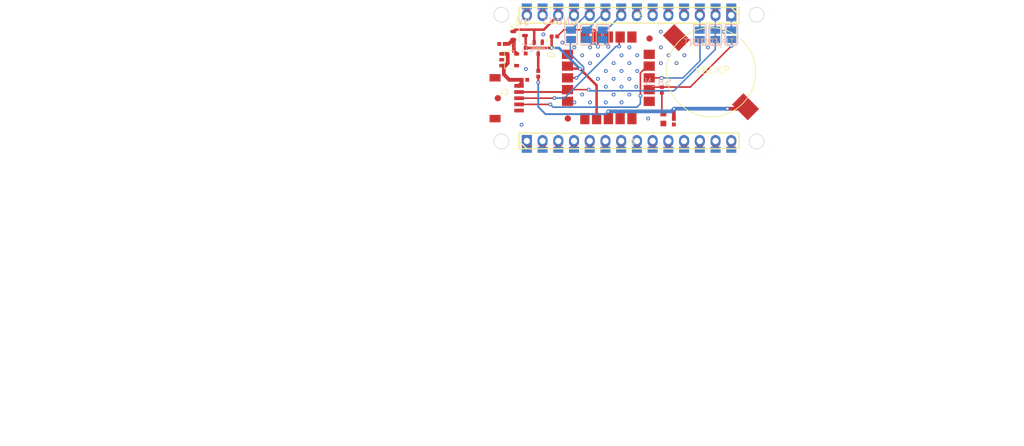
<source format=kicad_pcb>
(kicad_pcb (version 20241229) (generator "pcbnew") (generator_version "9.0")
  (layers (0 "F.Cu" signal) (2 "B.Cu" signal) (13 "F.Paste" user) (15 "B.Paste" user) (5 "F.SilkS" user "F.Silkscreen") (7 "B.SilkS" user "B.Silkscreen") (1 "F.Mask" user) (3 "B.Mask" user) (25 "Edge.Cuts" user))
  (net 0 "")
  (net 1 "GND")
  (net 2 "TXD")
  (net 3 "RESET_N")
  (net 4 "SCL")
  (net 5 "SDA")
  (net 6 "EXTINT")
  (net 7 "+5V")
  (net 8 "VCC")
  (net 9 "N$7")
  (net 10 "RXD")
  (net 11 "TP")
  (net 12 "SAFEBOOT_N")
  (net 13 "N$10")
  (net 14 "+3V3")
  (net 15 "N$1")
  (net 16 "VBCKP")
  (net 17 "N$3")
  (net 18 "N$4")
  (net 19 "N$2")
  (footprint "Library:1X14_SMD_TH" (layer "F.Cu") (at 131.9984 115.1636)
    (property "Reference" "J1")
    (property "Value" "-" (hide yes))
  )
  (footprint "Library:1X14_SMD_TH" (layer "F.Cu") (at 165.0184 94.8436 180)
    (property "Reference" "J2")
    (property "Value" "-" (hide yes))
  )
  (footprint "Library:0402-1005X55N_3633153" (layer "F.Cu") (at 153.8133 106.8983 -90)
    (property "Reference" "R1" (hide yes))
    (property "Value" "DNP" (hide yes))
  )
  (footprint "Library:dummyfp2" (layer "F.Cu") (at 169.1136 94.7536)
    (property "Reference" "UNK_HOLE_2" (hide yes))
    (property "Value" "")
  )
  (footprint "Library:UBLOXLIB_SAM-M8Q" (layer "F.Cu") (at 145.1691 104.9655 90)
    (property "Reference" "IC1" (hide yes))
    (property "Value" "SAM-M8Q" (hide yes))
  )
  (footprint "Library:MH_RND_F_2.2MM_NM" (layer "F.Cu") (at 169.1136 115.2536 90)
    (property "Reference" "U$8" (hide yes))
    (property "Value" "" (hide yes))
    (fp_circle (center 0 0) (end 1.2065 0) (stroke (width 0.1)) (fill no) (layer "Edge.Cuts"))
  )
  (footprint "Library:BATT-HOLDER_12MM" (layer "F.Cu") (at 161.7447 104.0543 -45)
    (property "Reference" "BATT0" (hide yes))
    (property "Value" "BATT-HOLDER_12MM")
  )
  (footprint "Library:0402-1005X55N" (layer "F.Cu") (at 133.8386 104.3036 90)
    (property "Reference" "R2")
    (property "Value" "DNP" (hide yes))
  )
  (footprint "Library:SOT25" (layer "F.Cu") (at 129.1438 102.035 90)
    (property "Reference" "U2")
    (property "Value" "AP2112K-3.3" (hide yes))
  )
  (footprint "Library:FD-1-1.5" (layer "F.Cu") (at 127.3136 108.2536)
    (property "Reference" "FD3" (hide yes))
    (property "Value" "DNP" (hide yes))
  )
  (footprint "Library:dummyfp1" (layer "F.Cu") (at 169.1136 115.2536)
    (property "Reference" "UNK_HOLE_1" (hide yes))
    (property "Value" "")
  )
  (footprint "Library:FD-1-1.5" (layer "F.Cu") (at 151.8136 98.6036 90)
    (property "Reference" "FD2" (hide yes))
    (property "Value" "DNP" (hide yes))
  )
  (footprint "Library:MH_RND_F_2.2MM_NM" (layer "F.Cu") (at 127.8886 115.2536 90)
    (property "Reference" "U$5" (hide yes))
    (property "Value" "" (hide yes))
    (fp_circle (center 0 0) (end 1.2065 0) (stroke (width 0.1)) (fill no) (layer "Edge.Cuts"))
  )
  (footprint "Library:0402-1005X55N" (layer "F.Cu") (at 127.9886 99.4786 180)
    (property "Reference" "C2")
    (property "Value" "1u" (hide yes))
  )
  (footprint "Library:dummyfp0" (layer "F.Cu") (at 127.8886 115.2536)
    (property "Reference" "UNK_HOLE_0" (hide yes))
    (property "Value" "")
  )
  (footprint "Library:0402-1005X55N" (layer "F.Cu") (at 131.8136 100.5786 -90)
    (property "Reference" "C3")
    (property "Value" "100n" (hide yes))
  )
  (footprint "Library:0402-1005X55N" (layer "F.Cu") (at 155.746 112.0499 -90)
    (property "Reference" "C4")
    (property "Value" "100n" (hide yes))
  )
  (footprint "Library:dummyfp3" (layer "F.Cu") (at 127.8886 94.7536)
    (property "Reference" "UNK_HOLE_3" (hide yes))
    (property "Value" "")
  )
  (footprint "Library:0402-1005X55N" (layer "F.Cu") (at 136.459 98.2631 180)
    (property "Reference" "R4")
    (property "Value" "100k" (hide yes))
  )
  (footprint "Library:MH_RND_F_2.2MM_NM" (layer "F.Cu") (at 169.1136 94.7536 90)
    (property "Reference" "U$7" (hide yes))
    (property "Value" "" (hide yes))
    (fp_circle (center 0 0) (end 1.2065 0) (stroke (width 0.1)) (fill no) (layer "Edge.Cuts"))
  )
  (footprint "Library:SM05B-SRSS-TB" (layer "F.Cu") (at 128.3136 108.2536 -90)
    (property "Reference" "J3")
    (property "Value" "-" (hide yes))
  )
  (footprint "Library:MH_RND_F_2.2MM_NM" (layer "F.Cu") (at 127.8886 94.7536 90)
    (property "Reference" "U$6" (hide yes))
    (property "Value" "" (hide yes))
    (fp_circle (center 0 0) (end 1.2065 0) (stroke (width 0.1)) (fill no) (layer "Edge.Cuts"))
  )
  (footprint "Library:FRAME" (layer "F.Cu") (at 125.6386 117.5036)
    (property "Reference" "FRAME1" (hide yes))
    (property "Value" "DNP" (hide yes))
  )
  (footprint "Library:SOT65P210X110-3N" (layer "F.Cu") (at 130.7496 98.1234)
    (property "Reference" "D1")
    (property "Value" "SDM40E20LC-7")
  )
  (footprint "Library:0402-1005X55N" (layer "F.Cu") (at 131.6136 105.2786)
    (property "Reference" "C1")
    (property "Value" "1u" (hide yes))
  )
  (footprint "Library:FD-1-1.5" (layer "F.Cu") (at 138.6215 111.5417 90)
    (property "Reference" "FD1" (hide yes))
    (property "Value" "DNP" (hide yes))
  )
  (footprint "Library:LEDC1608X80N-AK" (layer "F.Cu") (at 154.0481 111.5438 90)
    (property "Reference" "PPS0")
    (property "Value" "DNP" (hide yes))
  )
  (footprint "Library:SOT65P210X110-3N" (layer "F.Cu") (at 133.8386 100.1536 -90)
    (property "Reference" "D2")
    (property "Value" "SDM40E20LC-7")
  )
  (footprint "Library:SJ" (layer "B.Cu") (at 139.1386 98.0036 -90)
    (property "Reference" "SJ7" (hide yes))
    (property "Value" "DNP")
  )
  (footprint "Library:SJ" (layer "B.Cu") (at 162.4386 98.0036 -90)
    (property "Reference" "SJ1" (hide yes))
    (property "Value" "DNP")
  )
  (footprint "Library:SJ" (layer "B.Cu") (at 141.6886 98.0036 -90)
    (property "Reference" "SJ6" (hide yes))
    (property "Value" "DNP")
  )
  (footprint "Library:SJ" (layer "B.Cu") (at 144.2386 98.0036 -90)
    (property "Reference" "SJ5" (hide yes))
    (property "Value" "DNP")
  )
  (footprint "Library:SJ" (layer "B.Cu") (at 159.9286 98.0091 -90)
    (property "Reference" "SJ8" (hide yes))
    (property "Value" "DNP")
  )
  (footprint "Library:SJ" (layer "B.Cu") (at 165.0386 98.0036 -90)
    (property "Reference" "SJ2" (hide yes))
    (property "Value" "DNP")
  )
  (gr_line (start 131.9936 116.4336) (end 130.7236 115.1636) (stroke (width 0.203)) (layer "F.SilkS"))
  (gr_line (start 166.2836 96.1136) (end 166.2836 93.5736) (stroke (width 0.203)) (layer "F.SilkS"))
  (gr_line (start 166.2836 113.8936) (end 130.7236 113.8936) (stroke (width 0.203)) (layer "F.SilkS"))
  (gr_line (start 166.2836 116.4336) (end 166.2836 113.8936) (stroke (width 0.203)) (layer "F.SilkS"))
  (gr_line (start 130.7236 96.1136) (end 166.2836 96.1136) (stroke (width 0.203)) (layer "F.SilkS"))
  (gr_line (start 130.7236 93.5736) (end 130.7236 96.1136) (stroke (width 0.203)) (layer "F.SilkS"))
  (gr_line (start 165.0136 93.5736) (end 166.2836 94.8436) (stroke (width 0.203)) (layer "F.SilkS"))
  (gr_line (start 166.2836 93.5736) (end 130.7236 93.5736) (stroke (width 0.203)) (layer "F.SilkS"))
  (gr_line (start 130.7236 113.8936) (end 130.7236 116.4336) (stroke (width 0.203)) (layer "F.SilkS"))
  (gr_line (start 130.7236 116.4336) (end 166.2836 116.4336) (stroke (width 0.203)) (layer "F.SilkS"))
  (gr_line (start 127.8886 92.5036) (end 169.1136 92.5036) (stroke (width 0.01)) (layer "Edge.Cuts"))
  (gr_line (start 125.6386 115.2536) (end 125.6386 94.7536) (stroke (width 0.01)) (layer "Edge.Cuts"))
  (gr_line (start 171.3636 115.2536) (end 171.3636 94.7536) (stroke (width 0.01)) (layer "Edge.Cuts"))
  (gr_arc (start 127.8886 117.5036) (mid 126.29761 116.84459) (end 125.6386 115.2536) (stroke (width 0.01)) (layer "Edge.Cuts"))
  (gr_arc (start 169.1136 92.5036) (mid 170.70459 93.16261) (end 171.3636 94.7536) (stroke (width 0.01)) (layer "Edge.Cuts"))
  (gr_line (start 169.1136 117.5036) (end 127.8886 117.5036) (stroke (width 0.01)) (layer "Edge.Cuts"))
  (gr_arc (start 171.3636 115.2536) (mid 170.70459 116.84459) (end 169.1136 117.5036) (stroke (width 0.01)) (layer "Edge.Cuts"))
  (gr_arc (start 125.6386 94.7536) (mid 126.29761 93.16261) (end 127.8886 92.5036) (stroke (width 0.01)) (layer "Edge.Cuts"))
  (gr_text "VBCKP" (at 159.1016 104.4208 0) (layer "F.SilkS") (effects (font (size 1.1684 1.1684) (thickness 0.1016)) (justify left bottom)))
  (gr_text "GND" (at 140.2636 96.4536 0) (layer "B.SilkS") (effects (font (size 1.1684 1.1684) (thickness 0.1016)) (justify left bottom mirror)))
  (gr_text "TP/PPS" (at 165.6636 99.9536 0) (layer "B.SilkS") (effects (font (size 1.1684 1.1684) (thickness 0.1016)) (justify left bottom mirror)))
  (gr_text "SB_N" (at 155.4136 106.3536 0) (layer "B.SilkS") (effects (font (size 1.1684 1.1684) (thickness 0.1016)) (justify left bottom mirror)))
  (gr_text "5V" (at 132.6136 96.4536 0) (layer "B.SilkS") (effects (font (size 1.1684 1.1684) (thickness 0.1016)) (justify left bottom mirror)))
  (gr_text "EXTINT" (at 163.0636 99.9536 0) (layer "B.SilkS") (effects (font (size 1.1684 1.1684) (thickness 0.1016)) (justify left bottom mirror)))
  (gr_text "3V3" (at 137.8136 96.4536 0) (layer "B.SilkS") (effects (font (size 1.1684 1.1684) (thickness 0.1016)) (justify left bottom mirror)))
  (gr_text "VCC" (at 134.4136 100.8036 0) (layer "B.SilkS") (effects (font (size 1.1684 1.1684) (thickness 0.1016)) (justify left bottom mirror)))
  (via (at 134.6686 97.9436) (size 0.6096) (drill 0.3048) (layers "F.Cu" "B.Cu") (net 1))
  (via (at 146.0186 105.1236) (size 0.6096) (drill 0.3048) (layers "F.Cu" "B.Cu") (net 1))
  (via (at 148.5586 105.1236) (size 0.6096) (drill 0.3048) (layers "F.Cu" "B.Cu") (net 1))
  (via (at 147.2886 108.9336) (size 0.6096) (drill 0.3048) (layers "F.Cu" "B.Cu") (net 1))
  (via (at 139.6686 100.0436) (size 0.6096) (drill 0.3048) (layers "F.Cu" "B.Cu") (net 1))
  (via (at 149.8286 101.3136) (size 0.6096) (drill 0.3048) (layers "F.Cu" "B.Cu") (net 1))
  (via (at 139.6686 108.9336) (size 0.6096) (drill 0.3048) (layers "F.Cu" "B.Cu") (net 1))
  (via (at 142.2086 100.0436) (size 0.6096) (drill 0.3048) (layers "F.Cu" "B.Cu") (net 1))
  (via (at 146.0186 107.6636) (size 0.6096) (drill 0.3048) (layers "F.Cu" "B.Cu") (net 1))
  (via (at 131.1486 112.5336) (size 0.6096) (drill 0.3048) (layers "F.Cu" "B.Cu") (net 1))
  (via (at 144.7486 106.3936) (size 0.6096) (drill 0.3048) (layers "F.Cu" "B.Cu") (net 1))
  (via (at 140.9386 107.6636) (size 0.6096) (drill 0.3048) (layers "F.Cu" "B.Cu") (net 1))
  (via (at 156.1786 102.5836) (size 0.6096) (drill 0.3048) (layers "F.Cu" "B.Cu") (net 1))
  (via (at 131.8486 103.5336) (size 0.6096) (drill 0.3048) (layers "F.Cu" "B.Cu") (net 1))
  (via (at 154.9086 101.3136) (size 0.6096) (drill 0.3048) (layers "F.Cu" "B.Cu") (net 1))
  (via (at 147.2886 103.8536) (size 0.6096) (drill 0.3048) (layers "F.Cu" "B.Cu") (net 1))
  (via (at 153.6386 102.5836) (size 0.6096) (drill 0.3048) (layers "F.Cu" "B.Cu") (net 1))
  (via (at 153.6386 100.0436) (size 0.6096) (drill 0.3048) (layers "F.Cu" "B.Cu") (net 1))
  (via (at 163.7786 97.5036) (size 0.6096) (drill 0.3048) (layers "F.Cu" "B.Cu") (net 1))
  (via (at 144.7486 108.9336) (size 0.6096) (drill 0.3048) (layers "F.Cu" "B.Cu") (net 1))
  (via (at 148.5586 107.6636) (size 0.6096) (drill 0.3048) (layers "F.Cu" "B.Cu") (net 1))
  (via (at 147.2886 101.3136) (size 0.6096) (drill 0.3048) (layers "F.Cu" "B.Cu") (net 1))
  (via (at 151.5886 111.5336) (size 0.6096) (drill 0.3048) (layers "F.Cu" "B.Cu") (net 1))
  (via (at 140.9386 101.3136) (size 0.6096) (drill 0.3048) (layers "F.Cu" "B.Cu") (net 1))
  (via (at 143.4786 105.1236) (size 0.6096) (drill 0.3048) (layers "F.Cu" "B.Cu") (net 1))
  (via (at 137.7486 99.2536) (size 0.6096) (drill 0.3048) (layers "F.Cu" "B.Cu") (net 1))
  (via (at 149.8286 103.8536) (size 0.6096) (drill 0.3048) (layers "F.Cu" "B.Cu") (net 1))
  (via (at 153.6386 97.5036) (size 0.6096) (drill 0.3048) (layers "F.Cu" "B.Cu") (net 1))
  (via (at 149.6786 106.3936) (size 0.6096) (drill 0.3048) (layers "F.Cu" "B.Cu") (net 1))
  (via (at 142.2086 102.5836) (size 0.6096) (drill 0.3048) (layers "F.Cu" "B.Cu") (net 1))
  (via (at 143.4786 101.3136) (size 0.6096) (drill 0.3048) (layers "F.Cu" "B.Cu") (net 1))
  (via (at 144.7486 103.8536) (size 0.6096) (drill 0.3048) (layers "F.Cu" "B.Cu") (net 1))
  (via (at 148.5586 102.5836) (size 0.6096) (drill 0.3048) (layers "F.Cu" "B.Cu") (net 1))
  (via (at 142.2086 108.9336) (size 0.6096) (drill 0.3048) (layers "F.Cu" "B.Cu") (net 1))
  (via (at 147.2886 106.3936) (size 0.6096) (drill 0.3048) (layers "F.Cu" "B.Cu") (net 1))
  (via (at 157.4486 101.3136) (size 0.6096) (drill 0.3048) (layers "F.Cu" "B.Cu") (net 1))
  (via (at 161.2586 100.0436) (size 0.6096) (drill 0.3048) (layers "F.Cu" "B.Cu") (net 1))
  (via (at 146.0186 102.5836) (size 0.6096) (drill 0.3048) (layers "F.Cu" "B.Cu") (net 1))
  (via (at 148.5586 100.0436) (size 0.6096) (drill 0.3048) (layers "F.Cu" "B.Cu") (net 1))
  (segment (start 145.1691 98.3655) (end 145.1691 99.9289) (width 0.254) (layer "F.Cu") (net 2))
  (segment (start 145.1691 99.9289) (end 145.1585 99.9395) (width 0.254) (layer "F.Cu") (net 2))
  (segment (start 145.1585 98.3761) (end 145.1691 98.3655) (width 0.254) (layer "F.Cu") (net 2))
  (via (at 145.1585 99.9395) (size 0.6096) (drill 0.3048) (layers "F.Cu" "B.Cu") (net 2))
  (segment (start 144.2386 97.2416) (end 144.8404 97.2416) (width 0.254) (layer "B.Cu") (net 2))
  (segment (start 144.2386 99.0196) (end 145.1585 99.9395) (width 0.254) (layer "B.Cu") (net 2))
  (segment (start 144.2386 97.2416) (end 144.2386 98.7656) (width 0.254) (layer "B.Cu") (net 2))
  (segment (start 144.2386 98.7656) (end 144.2386 99.0196) (width 0.254) (layer "B.Cu") (net 2))
  (segment (start 144.8404 97.2416) (end 147.2384 94.8436) (width 0.25) (layer "B.Cu") (net 2))
  (segment (start 139.9928 104.9655) (end 138.5691 104.9655) (width 0.254) (layer "F.Cu") (net 3))
  (segment (start 140.0023 104.956) (end 139.9928 104.9655) (width 0.254) (layer "F.Cu") (net 3))
  (via (at 140.0023 104.956) (size 0.6096) (drill 0.3048) (layers "F.Cu" "B.Cu") (net 3))
  (segment (start 139.1386 98.7656) (end 139.0386 98.8656) (width 0.254) (layer "B.Cu") (net 3))
  (segment (start 139.0386 98.8656) (end 139.0386 101.104) (width 0.254) (layer "B.Cu") (net 3))
  (segment (start 141.1728 103.2382) (end 139.0386 101.104) (width 0.254) (layer "B.Cu") (net 3))
  (segment (start 140.024462 104.956) (end 140.0023 104.956) (width 0.254) (layer "B.Cu") (net 3))
  (segment (start 141.1728 103.807663) (end 140.024462 104.956) (width 0.254) (layer "B.Cu") (net 3))
  (segment (start 141.1728 103.2382) (end 141.1728 103.807663) (width 0.254) (layer "B.Cu") (net 3))
  (segment (start 136.4533 108.2279) (end 136.4276 108.2536) (width 0.25) (layer "F.Cu") (net 4))
  (segment (start 130.7386 108.2536) (end 136.4276 108.2536) (width 0.25) (layer "F.Cu") (net 4))
  (segment (start 147.0691 98.3655) (end 146.9136 98.521) (width 0.254) (layer "F.Cu") (net 4))
  (segment (start 146.9136 98.521) (end 146.9136 99.8786) (width 0.254) (layer "F.Cu") (net 4))
  (via (at 146.9136 99.8786) (size 0.6096) (drill 0.3048) (layers "F.Cu" "B.Cu") (net 4))
  (via (at 136.4533 108.2279) (size 0.6096) (drill 0.3048) (layers "F.Cu" "B.Cu") (net 4))
  (segment (start 146.9136 99.8786) (end 146.4132 99.8786) (width 0.254) (layer "B.Cu") (net 4))
  (segment (start 146.4132 99.8786) (end 138.0639 108.2279) (width 0.254) (layer "B.Cu") (net 4))
  (segment (start 138.0639 108.2279) (end 136.4533 108.2279) (width 0.254) (layer "B.Cu") (net 4))
  (segment (start 132.4386 109.2536) (end 135.7886 109.2536) (width 0.254) (layer "F.Cu") (net 5))
  (segment (start 150.3386 104.1722) (end 151.6072 102.9036) (width 0.254) (layer "F.Cu") (net 5))
  (segment (start 150.3386 107.8536) (end 150.3386 104.1722) (width 0.254) (layer "F.Cu") (net 5))
  (segment (start 132.4386 109.2536) (end 132.8036 109.2536) (width 0.25) (layer "F.Cu") (net 5))
  (segment (start 151.6072 102.9036) (end 151.7691 103.0655) (width 0.25) (layer "F.Cu") (net 5))
  (segment (start 130.7386 109.2536) (end 132.4386 109.2536) (width 0.25) (layer "F.Cu") (net 5))
  (via (at 135.7886 109.2536) (size 0.6096) (drill 0.3048) (layers "F.Cu" "B.Cu") (net 5))
  (via (at 150.3386 107.8536) (size 0.6096) (drill 0.3048) (layers "F.Cu" "B.Cu") (net 5))
  (segment (start 135.7886 109.2536) (end 136.2386 109.7036) (width 0.254) (layer "B.Cu") (net 5))
  (segment (start 150.3386 109.1536) (end 150.3386 107.8536) (width 0.254) (layer "B.Cu") (net 5))
  (segment (start 136.2386 109.7036) (end 149.7886 109.7036) (width 0.254) (layer "B.Cu") (net 5))
  (segment (start 149.7886 109.7036) (end 150.3386 109.1536) (width 0.254) (layer "B.Cu") (net 5))
  (segment (start 138.5691 106.8655) (end 141.9741 106.8655) (width 0.254) (layer "F.Cu") (net 6))
  (segment (start 141.9741 106.8655) (end 141.9786 106.861) (width 0.254) (layer "F.Cu") (net 6))
  (segment (start 130.7386 107.2536) (end 138.181 107.2536) (width 0.3048) (layer "F.Cu") (net 6))
  (segment (start 138.181 107.2536) (end 138.5691 106.8655) (width 0.3048) (layer "F.Cu") (net 6))
  (via (at 141.9786 106.861) (size 0.6096) (drill 0.3048) (layers "F.Cu" "B.Cu") (net 6))
  (segment (start 155.7535 107.061) (end 156.02335 106.79115) (width 0.254) (layer "B.Cu") (net 6))
  (segment (start 162.4386 94.8834) (end 162.4784 94.8436) (width 0.25) (layer "B.Cu") (net 6))
  (segment (start 141.9786 106.861) (end 142.1786 107.061) (width 0.254) (layer "B.Cu") (net 6))
  (segment (start 162.4386 97.2416) (end 162.4386 94.8834) (width 0.25) (layer "B.Cu") (net 6))
  (segment (start 156.02335 106.79115) (end 162.4386 100.3759) (width 0.25) (layer "B.Cu") (net 6))
  (segment (start 155.7535 107.061) (end 142.1786 107.061) (width 0.254) (layer "B.Cu") (net 6))
  (segment (start 162.4386 98.7656) (end 162.4386 100.3759) (width 0.25) (layer "B.Cu") (net 6))
  (segment (start 162.4386 98.7656) (end 162.4386 97.2416) (width 0.25) (layer "B.Cu") (net 6))
  (segment (start 130.7386 106.2536) (end 130.6386 106.2536) (width 0.6096) (layer "F.Cu") (net 7))
  (segment (start 127.9438 101.085) (end 128.8653 101.085) (width 0.6096) (layer "F.Cu") (net 7))
  (segment (start 128.529568 102.985) (end 127.9438 102.985) (width 0.6096) (layer "F.Cu") (net 7))
  (segment (start 128.2886 103.225969) (end 128.529568 102.985) (width 0.6096) (layer "F.Cu") (net 7))
  (segment (start 131.1636 105.2786) (end 129.1636 105.2786) (width 0.6096) (layer "F.Cu") (net 7))
  (segment (start 128.9136 101.1333) (end 128.9136 102.600969) (width 0.6096) (layer "F.Cu") (net 7))
  (segment (start 128.8653 101.085) (end 128.9136 101.1333) (width 0.6096) (layer "F.Cu") (net 7))
  (segment (start 129.1636 105.2786) (end 128.2886 104.4036) (width 0.6096) (layer "F.Cu") (net 7))
  (segment (start 128.9136 102.600969) (end 128.529568 102.985) (width 0.6096) (layer "F.Cu") (net 7))
  (segment (start 131.1636 105.2786) (end 131.1636 105.8286) (width 0.6096) (layer "F.Cu") (net 7))
  (segment (start 131.1636 105.8286) (end 130.7386 106.2536) (width 0.6096) (layer "F.Cu") (net 7))
  (segment (start 128.2886 104.4036) (end 128.2886 103.225969) (width 0.6096) (layer "F.Cu") (net 7))
  (segment (start 143.2691 111.5655) (end 143.2691 106.1841) (width 0.4064) (layer "F.Cu") (net 8))
  (segment (start 135.9882 100.1309) (end 135.9859 100.1286) (width 0.4064) (layer "F.Cu") (net 8))
  (segment (start 136.0018 100.1173) (end 136.009 100.1101) (width 0.4064) (layer "F.Cu") (net 8))
  (segment (start 143.2691 106.1841) (end 140.5886 103.5036) (width 0.4064) (layer "F.Cu") (net 8))
  (segment (start 138.9729 103.4693) (end 138.5691 103.0655) (width 0.254) (layer "F.Cu") (net 8))
  (segment (start 131.8136 100.1286) (end 135.9859 100.1286) (width 0.4064) (layer "F.Cu") (net 8))
  (segment (start 131.8136 100.0436) (end 131.8136 100.1286) (width 0.4064) (layer "F.Cu") (net 8))
  (segment (start 136.009 98.2631) (end 136.009 100.1101) (width 0.4064) (layer "F.Cu") (net 8))
  (segment (start 140.5886 103.5036) (end 140.5543 103.4693) (width 0.4064) (layer "F.Cu") (net 8))
  (segment (start 136.0018 100.1173) (end 135.9882 100.1309) (width 0.4064) (layer "F.Cu") (net 8))
  (segment (start 131.6996 98.1234) (end 131.8136 98.2374) (width 0.4064) (layer "F.Cu") (net 8))
  (segment (start 140.5543 103.4693) (end 138.9729 103.4693) (width 0.4064) (layer "F.Cu") (net 8))
  (segment (start 131.8136 98.2374) (end 131.8136 100.0436) (width 0.4064) (layer "F.Cu") (net 8))
  (segment (start 131.8136 100.0436) (end 131.7286 100.0436) (width 0.4064) (layer "F.Cu") (net 8))
  (via (at 136.0018 100.1173) (size 0.6096) (drill 0.3048) (layers "F.Cu" "B.Cu") (net 8))
  (via (at 140.5886 103.5036) (size 0.6096) (drill 0.3048) (layers "F.Cu" "B.Cu") (net 8))
  (segment (start 137.1702 100.1173) (end 140.5565 103.5036) (width 0.4064) (layer "B.Cu") (net 8))
  (segment (start 136.0018 100.1173) (end 137.1702 100.1173) (width 0.4064) (layer "B.Cu") (net 8))
  (segment (start 140.5565 103.5036) (end 140.5886 103.5036) (width 0.4064) (layer "B.Cu") (net 8))
  (segment (start 153.8133 110.509) (end 154.0481 110.7438) (width 0.254) (layer "F.Cu") (net 9))
  (segment (start 153.8133 107.3483) (end 153.8133 110.509) (width 0.254) (layer "F.Cu") (net 9))
  (segment (start 136.9416 98.2449) (end 136.9416 98.1941) (width 0.254) (layer "F.Cu") (net 10))
  (segment (start 137.983 97.1836) (end 142.9233 97.1836) (width 0.254) (layer "F.Cu") (net 10))
  (segment (start 143.4901 98.5865) (end 143.2691 98.3655) (width 0.25) (layer "F.Cu") (net 10))
  (segment (start 142.9233 97.1836) (end 143.2691 97.5294) (width 0.254) (layer "F.Cu") (net 10))
  (segment (start 143.4901 98.5865) (end 143.4901 99.9036) (width 0.25) (layer "F.Cu") (net 10))
  (segment (start 143.2691 98.3655) (end 143.2691 97.5294) (width 0.254) (layer "F.Cu") (net 10))
  (segment (start 143.4886 99.9036) (end 143.4901 99.9036) (width 0.25) (layer "F.Cu") (net 10))
  (segment (start 136.9725 98.1941) (end 137.983 97.1836) (width 0.254) (layer "F.Cu") (net 10))
  (segment (start 136.9416 98.1941) (end 136.9725 98.1941) (width 0.254) (layer "F.Cu") (net 10))
  (segment (start 136.909 98.2631) (end 136.9416 98.2449) (width 0.254) (layer "F.Cu") (net 10))
  (via (at 143.4886 99.9036) (size 0.6548) (drill 0.35) (layers "F.Cu" "B.Cu") (net 10))
  (segment (start 141.6886 97.2416) (end 144.0866 94.8436) (width 0.25) (layer "B.Cu") (net 10))
  (segment (start 143.0886 99.5036) (end 143.4886 99.9036) (width 0.25) (layer "B.Cu") (net 10))
  (segment (start 141.6886 98.7656) (end 142.4266 99.5036) (width 0.25) (layer "B.Cu") (net 10))
  (segment (start 141.6886 98.7656) (end 141.6886 97.2416) (width 0.25) (layer "B.Cu") (net 10))
  (segment (start 144.0866 94.8436) (end 144.6984 94.8436) (width 0.25) (layer "B.Cu") (net 10))
  (segment (start 143.0886 99.5036) (end 142.4266 99.5036) (width 0.25) (layer "B.Cu") (net 10))
  (segment (start 153.8133 106.4483) (end 158.3939 106.4483) (width 0.254) (layer "F.Cu") (net 11))
  (segment (start 153.8133 106.4483) (end 152.1863 106.4483) (width 0.254) (layer "F.Cu") (net 11))
  (segment (start 152.1863 106.4483) (end 151.7691 106.8655) (width 0.254) (layer "F.Cu") (net 11))
  (segment (start 158.3939 106.4483) (end 165.0386 99.8036) (width 0.254) (layer "F.Cu") (net 11))
  (via (at 165.0386 99.8036) (size 0.6096) (drill 0.3048) (layers "F.Cu" "B.Cu") (net 11))
  (segment (start 165.1266 98.8536) (end 165.0386 98.7656) (width 0.25) (layer "B.Cu") (net 11))
  (segment (start 165.0386 99.8036) (end 165.1266 99.7156) (width 0.254) (layer "B.Cu") (net 11))
  (segment (start 165.1266 99.7156) (end 165.1266 98.8536) (width 0.254) (layer "B.Cu") (net 11))
  (segment (start 153.7712 104.9655) (end 151.7691 104.9655) (width 0.25) (layer "F.Cu") (net 12))
  (segment (start 153.7712 104.9655) (end 153.7886 104.9829) (width 0.25) (layer "F.Cu") (net 12))
  (via (at 153.7886 104.9829) (size 0.6548) (drill 0.35) (layers "F.Cu" "B.Cu") (net 12))
  (segment (start 159.972056 98.814557) (end 159.972056 102.213744) (width 0.25) (layer "B.Cu") (net 12))
  (segment (start 153.7886 104.9829) (end 157.2029 104.9829) (width 0.25) (layer "B.Cu") (net 12))
  (segment (start 159.972056 102.213744) (end 157.2029 104.9829) (width 0.25) (layer "B.Cu") (net 12))
  (segment (start 159.9286 98.7711) (end 159.972056 98.814557) (width 0.25) (layer "B.Cu") (net 12))
  (segment (start 130.3438 101.085) (end 129.8938 100.635) (width 0.6096) (layer "F.Cu") (net 13))
  (segment (start 128.4386 99.4786) (end 128.4438 99.4734) (width 0.6096) (layer "F.Cu") (net 13))
  (segment (start 129.7996 98.7734) (end 129.0996 99.4734) (width 0.6096) (layer "F.Cu") (net 13))
  (segment (start 129.0996 99.4734) (end 128.4438 99.4734) (width 0.6096) (layer "F.Cu") (net 13))
  (segment (start 129.8938 98.8676) (end 129.8938 100.635) (width 0.6096) (layer "F.Cu") (net 13))
  (segment (start 129.8938 98.8676) (end 129.7996 98.7734) (width 0.6096) (layer "F.Cu") (net 13))
  (segment (start 133.1386 97.1693) (end 134.7527 97.1693) (width 0.4064) (layer "F.Cu") (net 14))
  (segment (start 133.1886 97.2193) (end 133.1386 97.1693) (width 0.4064) (layer "F.Cu") (net 14))
  (segment (start 133.1386 97.1693) (end 130.1037 97.1693) (width 0.4064) (layer "F.Cu") (net 14))
  (segment (start 130.1037 97.1693) (end 129.7996 97.4734) (width 0.4064) (layer "F.Cu") (net 14))
  (segment (start 134.7527 97.1693) (end 137.0784 94.8436) (width 0.4064) (layer "F.Cu") (net 14))
  (segment (start 133.1886 99.2036) (end 133.1886 97.2193) (width 0.4064) (layer "F.Cu") (net 14))
  (segment (start 165.0386 97.2416) (end 165.0386 94.8638) (width 0.25) (layer "B.Cu") (net 15))
  (segment (start 165.0386 94.8638) (end 165.0184 94.8436) (width 0.25) (layer "B.Cu") (net 15))
  (segment (start 155.7726 109.9877) (end 155.746 110.0143) (width 0.6096) (layer "F.Cu") (net 16))
  (segment (start 145.1414 110.425) (end 145.1691 110.425) (width 0.6096) (layer "F.Cu") (net 16))
  (segment (start 155.746 111.5999) (end 155.746 110.0143) (width 0.6096) (layer "F.Cu") (net 16))
  (segment (start 167.64834 109.957944) (end 164.388656 109.957944) (width 0.6096) (layer "F.Cu") (net 16))
  (segment (start 145.1691 110.425) (end 145.1691 111.5655) (width 0.6096) (layer "F.Cu") (net 16))
  (segment (start 133.8386 105.7036) (end 133.8386 104.7536) (width 0.3048) (layer "F.Cu") (net 16))
  (segment (start 167.33084 109.640444) (end 167.64834 109.957944) (width 0.25) (layer "F.Cu") (net 16))
  (segment (start 164.3868 109.9598) (end 164.388656 109.957944) (width 0.6096) (layer "F.Cu") (net 16))
  (via (at 133.8386 105.7036) (size 0.6096) (drill 0.3048) (layers "F.Cu" "B.Cu") (net 16))
  (via (at 155.7726 109.9877) (size 0.6096) (drill 0.3048) (layers "F.Cu" "B.Cu") (net 16))
  (via (at 164.3868 109.9598) (size 0.6548) (drill 0.35) (layers "F.Cu" "B.Cu") (net 16))
  (via (at 145.1414 110.425) (size 0.6096) (drill 0.3048) (layers "F.Cu" "B.Cu") (net 16))
  (segment (start 144.7414 110.825) (end 135.01 110.825) (width 0.3048) (layer "B.Cu") (net 16))
  (segment (start 135.01 110.825) (end 133.8386 109.6536) (width 0.3048) (layer "B.Cu") (net 16))
  (segment (start 164.2846 109.9496) (end 155.8107 109.9496) (width 0.6096) (layer "B.Cu") (net 16))
  (segment (start 164.2846 109.9496) (end 164.2948 109.9598) (width 0.6096) (layer "B.Cu") (net 16))
  (segment (start 155.3726 110.3877) (end 145.178681 110.3877) (width 0.6096) (layer "B.Cu") (net 16))
  (segment (start 133.8386 109.6536) (end 133.8386 105.7036) (width 0.3048) (layer "B.Cu") (net 16))
  (segment (start 164.2948 109.9598) (end 164.3868 109.9598) (width 0.6096) (layer "B.Cu") (net 16))
  (segment (start 155.7726 109.9877) (end 155.3726 110.3877) (width 0.6096) (layer "B.Cu") (net 16))
  (segment (start 155.7726 109.9877) (end 155.8107 109.9496) (width 0.6096) (layer "B.Cu") (net 16))
  (segment (start 145.1414 110.425) (end 145.178681 110.3877) (width 0.6096) (layer "B.Cu") (net 16))
  (segment (start 145.1414 110.425) (end 144.7414 110.825) (width 0.3048) (layer "B.Cu") (net 16))
  (segment (start 141.5366 94.8436) (end 142.1584 94.8436) (width 0.25) (layer "B.Cu") (net 17))
  (segment (start 139.1386 97.2416) (end 141.5366 94.8436) (width 0.25) (layer "B.Cu") (net 17))
  (segment (start 159.9384 97.2373) (end 159.9286 97.2471) (width 0.25) (layer "B.Cu") (net 18))
  (segment (start 159.9384 94.8436) (end 159.9384 97.2373) (width 0.25) (layer "B.Cu") (net 18))
  (segment (start 133.8386 101.1036) (end 133.8386 103.8536) (width 0.4064) (layer "F.Cu") (net 19))
)
</source>
